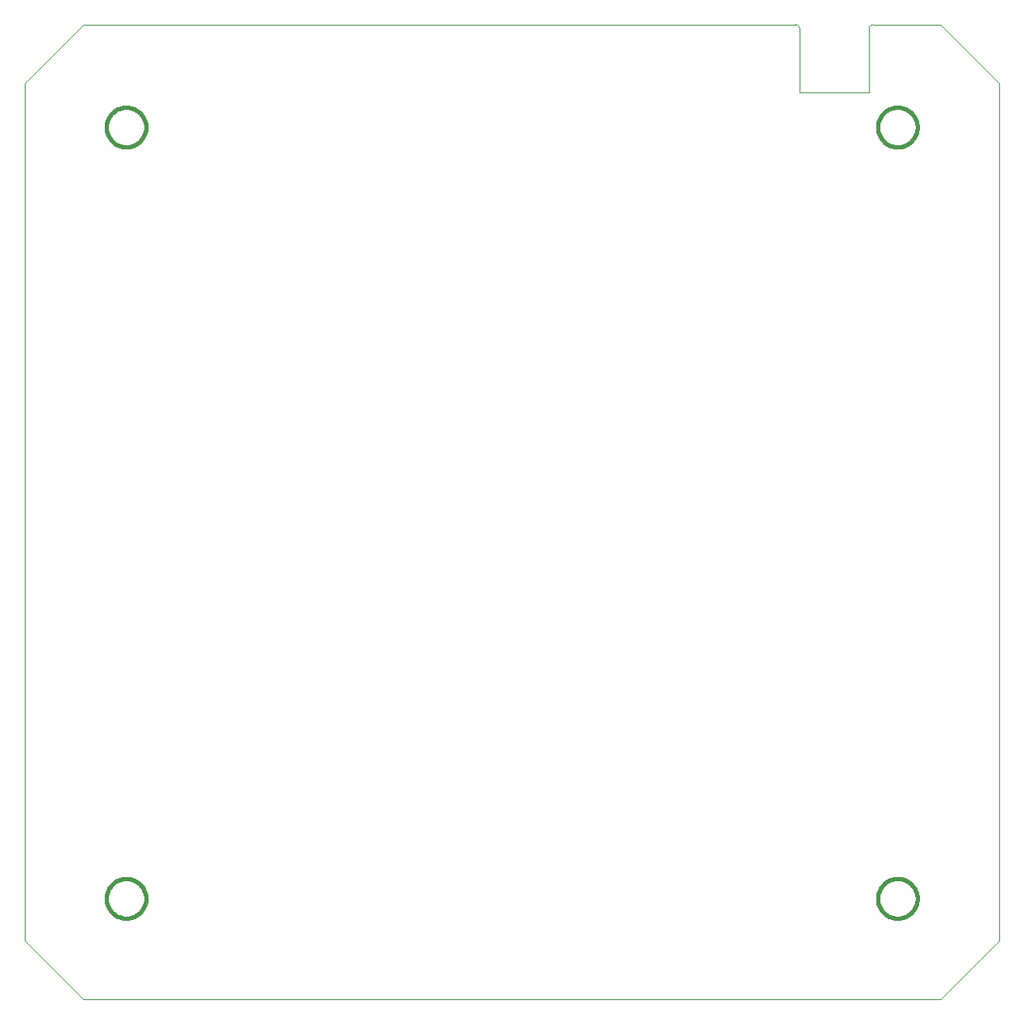
<source format=gm1>
%TF.GenerationSoftware,KiCad,Pcbnew,(6.0.8)*%
%TF.CreationDate,2023-02-13T15:08:46-07:00*%
%TF.ProjectId,Panel,50616e65-6c2e-46b6-9963-61645f706362,rev?*%
%TF.SameCoordinates,Original*%
%TF.FileFunction,Profile,NP*%
%FSLAX46Y46*%
G04 Gerber Fmt 4.6, Leading zero omitted, Abs format (unit mm)*
G04 Created by KiCad (PCBNEW (6.0.8)) date 2023-02-13 15:08:46*
%MOMM*%
%LPD*%
G01*
G04 APERTURE LIST*
%TA.AperFunction,Profile*%
%ADD10C,0.433916*%
%TD*%
%TA.AperFunction,Profile*%
%ADD11C,0.100000*%
%TD*%
G04 APERTURE END LIST*
D10*
X171567299Y-139675751D02*
X171567299Y-139675751D01*
X171567299Y-139675751D02*
X171567299Y-139675751D01*
X171564658Y-139571317D02*
X171567299Y-139675751D01*
X171556821Y-139468254D02*
X171564658Y-139571317D01*
X171543915Y-139366690D02*
X171556821Y-139468254D01*
X171526068Y-139266752D02*
X171543915Y-139366690D01*
X171503407Y-139168567D02*
X171526068Y-139266752D01*
X171476060Y-139072263D02*
X171503407Y-139168567D01*
X171444154Y-138977968D02*
X171476060Y-139072263D01*
X171407816Y-138885809D02*
X171444154Y-138977968D01*
X171367175Y-138795913D02*
X171407816Y-138885809D01*
X171322358Y-138708408D02*
X171367175Y-138795913D01*
X171273492Y-138623422D02*
X171322358Y-138708408D01*
X171220704Y-138541083D02*
X171273492Y-138623422D01*
X171164123Y-138461516D02*
X171220704Y-138541083D01*
X171103876Y-138384851D02*
X171164123Y-138461516D01*
X171040090Y-138311215D02*
X171103876Y-138384851D01*
X170972893Y-138240734D02*
X171040090Y-138311215D01*
X170902412Y-138173537D02*
X170972893Y-138240734D01*
X170828775Y-138109752D02*
X170902412Y-138173537D01*
X170752110Y-138049505D02*
X170828775Y-138109752D01*
X170672543Y-137992924D02*
X170752110Y-138049505D01*
X170590203Y-137940137D02*
X170672543Y-137992924D01*
X170505217Y-137891271D02*
X170590203Y-137940137D01*
X170417712Y-137846454D02*
X170505217Y-137891271D01*
X170327816Y-137805813D02*
X170417712Y-137846454D01*
X170235656Y-137769476D02*
X170327816Y-137805813D01*
X170141361Y-137737570D02*
X170235656Y-137769476D01*
X170045057Y-137710223D02*
X170141361Y-137737570D01*
X169946872Y-137687562D02*
X170045057Y-137710223D01*
X169846933Y-137669715D02*
X169946872Y-137687562D01*
X169745369Y-137656810D02*
X169846933Y-137669715D01*
X169642306Y-137648973D02*
X169745369Y-137656810D01*
X169537872Y-137646332D02*
X169642306Y-137648973D01*
X169537872Y-137646332D02*
X169537872Y-137646332D01*
X169433439Y-137648973D02*
X169537872Y-137646332D01*
X169330376Y-137656810D02*
X169433439Y-137648973D01*
X169228811Y-137669715D02*
X169330376Y-137656810D01*
X169128873Y-137687562D02*
X169228811Y-137669715D01*
X169030688Y-137710223D02*
X169128873Y-137687562D01*
X168934385Y-137737570D02*
X169030688Y-137710223D01*
X168840089Y-137769476D02*
X168934385Y-137737570D01*
X168747930Y-137805813D02*
X168840089Y-137769476D01*
X168658034Y-137846454D02*
X168747930Y-137805813D01*
X168570530Y-137891271D02*
X168658034Y-137846454D01*
X168485544Y-137940137D02*
X168570530Y-137891271D01*
X168403204Y-137992924D02*
X168485544Y-137940137D01*
X168323638Y-138049505D02*
X168403204Y-137992924D01*
X168246973Y-138109752D02*
X168323638Y-138049505D01*
X168173336Y-138173537D02*
X168246973Y-138109752D01*
X168102856Y-138240734D02*
X168173336Y-138173537D01*
X168035659Y-138311215D02*
X168102856Y-138240734D01*
X167971873Y-138384851D02*
X168035659Y-138311215D01*
X167911627Y-138461516D02*
X167971873Y-138384851D01*
X167855046Y-138541083D02*
X167911627Y-138461516D01*
X167802259Y-138623422D02*
X167855046Y-138541083D01*
X167753393Y-138708408D02*
X167802259Y-138623422D01*
X167708576Y-138795913D02*
X167753393Y-138708408D01*
X167667935Y-138885809D02*
X167708576Y-138795913D01*
X167631598Y-138977968D02*
X167667935Y-138885809D01*
X167599692Y-139072263D02*
X167631598Y-138977968D01*
X167572345Y-139168567D02*
X167599692Y-139072263D01*
X167549684Y-139266752D02*
X167572345Y-139168567D01*
X167531837Y-139366690D02*
X167549684Y-139266752D01*
X167518931Y-139468254D02*
X167531837Y-139366690D01*
X167511094Y-139571317D02*
X167518931Y-139468254D01*
X167508453Y-139675751D02*
X167511094Y-139571317D01*
X167508453Y-139675751D02*
X167508453Y-139675751D01*
X167511094Y-139780185D02*
X167508453Y-139675751D01*
X167518931Y-139883249D02*
X167511094Y-139780185D01*
X167531837Y-139984814D02*
X167518931Y-139883249D01*
X167549684Y-140084753D02*
X167531837Y-139984814D01*
X167572345Y-140182938D02*
X167549684Y-140084753D01*
X167599692Y-140279242D02*
X167572345Y-140182938D01*
X167631598Y-140373538D02*
X167599692Y-140279242D01*
X167667935Y-140465698D02*
X167631598Y-140373538D01*
X167708576Y-140555594D02*
X167667935Y-140465698D01*
X167753393Y-140643098D02*
X167708576Y-140555594D01*
X167802259Y-140728085D02*
X167753393Y-140643098D01*
X167855046Y-140810425D02*
X167802259Y-140728085D01*
X167911627Y-140889991D02*
X167855046Y-140810425D01*
X167971873Y-140966657D02*
X167911627Y-140889991D01*
X168035659Y-141040294D02*
X167971873Y-140966657D01*
X168102856Y-141110774D02*
X168035659Y-141040294D01*
X168173336Y-141177971D02*
X168102856Y-141110774D01*
X168246973Y-141241757D02*
X168173336Y-141177971D01*
X168323638Y-141302004D02*
X168246973Y-141241757D01*
X168403204Y-141358585D02*
X168323638Y-141302004D01*
X168485544Y-141411372D02*
X168403204Y-141358585D01*
X168570530Y-141460238D02*
X168485544Y-141411372D01*
X168658034Y-141505055D02*
X168570530Y-141460238D01*
X168747930Y-141545696D02*
X168658034Y-141505055D01*
X168840089Y-141582033D02*
X168747930Y-141545696D01*
X168934385Y-141613939D02*
X168840089Y-141582033D01*
X169030688Y-141641286D02*
X168934385Y-141613939D01*
X169128873Y-141663947D02*
X169030688Y-141641286D01*
X169228811Y-141681794D02*
X169128873Y-141663947D01*
X169330376Y-141694700D02*
X169228811Y-141681794D01*
X169433439Y-141702537D02*
X169330376Y-141694700D01*
X169537872Y-141705177D02*
X169433439Y-141702537D01*
X169537872Y-141705177D02*
X169537872Y-141705177D01*
X169642306Y-141702537D02*
X169537872Y-141705177D01*
X169745369Y-141694700D02*
X169642306Y-141702537D01*
X169846933Y-141681794D02*
X169745369Y-141694700D01*
X169946872Y-141663947D02*
X169846933Y-141681794D01*
X170045057Y-141641286D02*
X169946872Y-141663947D01*
X170141361Y-141613939D02*
X170045057Y-141641286D01*
X170235656Y-141582033D02*
X170141361Y-141613939D01*
X170327816Y-141545696D02*
X170235656Y-141582033D01*
X170417712Y-141505055D02*
X170327816Y-141545696D01*
X170505217Y-141460238D02*
X170417712Y-141505055D01*
X170590203Y-141411372D02*
X170505217Y-141460238D01*
X170672543Y-141358585D02*
X170590203Y-141411372D01*
X170752110Y-141302004D02*
X170672543Y-141358585D01*
X170828775Y-141241757D02*
X170752110Y-141302004D01*
X170902412Y-141177971D02*
X170828775Y-141241757D01*
X170972893Y-141110774D02*
X170902412Y-141177971D01*
X171040090Y-141040294D02*
X170972893Y-141110774D01*
X171103876Y-140966657D02*
X171040090Y-141040294D01*
X171164123Y-140889991D02*
X171103876Y-140966657D01*
X171220704Y-140810425D02*
X171164123Y-140889991D01*
X171273492Y-140728085D02*
X171220704Y-140810425D01*
X171322358Y-140643098D02*
X171273492Y-140728085D01*
X171367175Y-140555594D02*
X171322358Y-140643098D01*
X171407816Y-140465698D02*
X171367175Y-140555594D01*
X171444154Y-140373538D02*
X171407816Y-140465698D01*
X171476060Y-140279242D02*
X171444154Y-140373538D01*
X171503407Y-140182938D02*
X171476060Y-140279242D01*
X171526068Y-140084753D02*
X171503407Y-140182938D01*
X171543915Y-139984814D02*
X171526068Y-140084753D01*
X171556821Y-139883249D02*
X171543915Y-139984814D01*
X171564658Y-139780185D02*
X171556821Y-139883249D01*
X171567299Y-139675751D02*
X171564658Y-139780185D01*
X92416594Y-60523909D02*
X92416594Y-60523909D01*
X92416594Y-60523909D02*
X92416594Y-60523909D01*
X92413952Y-60419453D02*
X92416594Y-60523909D01*
X92406114Y-60316368D02*
X92413952Y-60419453D01*
X92393205Y-60214782D02*
X92406114Y-60316368D01*
X92375354Y-60114822D02*
X92393205Y-60214782D01*
X92352688Y-60016616D02*
X92375354Y-60114822D01*
X92325335Y-59920292D02*
X92352688Y-60016616D01*
X92293423Y-59825976D02*
X92325335Y-59920292D01*
X92257078Y-59733797D02*
X92293423Y-59825976D01*
X92216428Y-59643882D02*
X92257078Y-59733797D01*
X92171601Y-59556359D02*
X92216428Y-59643882D01*
X92122725Y-59471354D02*
X92171601Y-59556359D01*
X92069926Y-59388997D02*
X92122725Y-59471354D01*
X92013333Y-59309413D02*
X92069926Y-59388997D01*
X91953074Y-59232732D02*
X92013333Y-59309413D01*
X91889274Y-59159079D02*
X91953074Y-59232732D01*
X91822063Y-59088583D02*
X91889274Y-59159079D01*
X91751567Y-59021372D02*
X91822063Y-59088583D01*
X91677915Y-58957573D02*
X91751567Y-59021372D01*
X91601233Y-58897313D02*
X91677915Y-58957573D01*
X91521650Y-58840720D02*
X91601233Y-58897313D01*
X91439292Y-58787921D02*
X91521650Y-58840720D01*
X91354288Y-58739045D02*
X91439292Y-58787921D01*
X91266765Y-58694218D02*
X91354288Y-58739045D01*
X91176850Y-58653568D02*
X91266765Y-58694218D01*
X91084671Y-58617223D02*
X91176850Y-58653568D01*
X90990355Y-58585310D02*
X91084671Y-58617223D01*
X90894031Y-58557957D02*
X90990355Y-58585310D01*
X90795825Y-58535292D02*
X90894031Y-58557957D01*
X90695865Y-58517441D02*
X90795825Y-58535292D01*
X90594279Y-58504532D02*
X90695865Y-58517441D01*
X90491194Y-58496693D02*
X90594279Y-58504532D01*
X90386738Y-58494052D02*
X90491194Y-58496693D01*
X90386738Y-58494052D02*
X90386738Y-58494052D01*
X90282282Y-58496693D02*
X90386738Y-58494052D01*
X90179197Y-58504532D02*
X90282282Y-58496693D01*
X90077611Y-58517441D02*
X90179197Y-58504532D01*
X89977651Y-58535292D02*
X90077611Y-58517441D01*
X89879445Y-58557957D02*
X89977651Y-58535292D01*
X89783120Y-58585310D02*
X89879445Y-58557957D01*
X89688805Y-58617223D02*
X89783120Y-58585310D01*
X89596626Y-58653568D02*
X89688805Y-58617223D01*
X89506711Y-58694218D02*
X89596626Y-58653568D01*
X89419187Y-58739045D02*
X89506711Y-58694218D01*
X89334183Y-58787921D02*
X89419187Y-58739045D01*
X89251825Y-58840720D02*
X89334183Y-58787921D01*
X89172242Y-58897313D02*
X89251825Y-58840720D01*
X89095560Y-58957573D02*
X89172242Y-58897313D01*
X89021907Y-59021372D02*
X89095560Y-58957573D01*
X88951412Y-59088583D02*
X89021907Y-59021372D01*
X88884200Y-59159079D02*
X88951412Y-59088583D01*
X88820401Y-59232732D02*
X88884200Y-59159079D01*
X88760141Y-59309413D02*
X88820401Y-59232732D01*
X88703548Y-59388997D02*
X88760141Y-59309413D01*
X88650750Y-59471354D02*
X88703548Y-59388997D01*
X88601873Y-59556359D02*
X88650750Y-59471354D01*
X88557046Y-59643882D02*
X88601873Y-59556359D01*
X88516397Y-59733797D02*
X88557046Y-59643882D01*
X88480051Y-59825976D02*
X88516397Y-59733797D01*
X88448139Y-59920292D02*
X88480051Y-59825976D01*
X88420786Y-60016616D02*
X88448139Y-59920292D01*
X88398120Y-60114822D02*
X88420786Y-60016616D01*
X88380269Y-60214782D02*
X88398120Y-60114822D01*
X88367360Y-60316368D02*
X88380269Y-60214782D01*
X88359521Y-60419453D02*
X88367360Y-60316368D01*
X88356880Y-60523909D02*
X88359521Y-60419453D01*
X88356880Y-60523909D02*
X88356880Y-60523909D01*
X88359521Y-60628365D02*
X88356880Y-60523909D01*
X88367360Y-60731450D02*
X88359521Y-60628365D01*
X88380269Y-60833036D02*
X88367360Y-60731450D01*
X88398120Y-60932996D02*
X88380269Y-60833036D01*
X88420786Y-61031202D02*
X88398120Y-60932996D01*
X88448139Y-61127526D02*
X88420786Y-61031202D01*
X88480051Y-61221842D02*
X88448139Y-61127526D01*
X88516397Y-61314021D02*
X88480051Y-61221842D01*
X88557046Y-61403936D02*
X88516397Y-61314021D01*
X88601873Y-61491459D02*
X88557046Y-61403936D01*
X88650750Y-61576464D02*
X88601873Y-61491459D01*
X88703548Y-61658821D02*
X88650750Y-61576464D01*
X88760141Y-61738405D02*
X88703548Y-61658821D01*
X88820401Y-61815087D02*
X88760141Y-61738405D01*
X88884200Y-61888739D02*
X88820401Y-61815087D01*
X88951412Y-61959235D02*
X88884200Y-61888739D01*
X89021907Y-62026446D02*
X88951412Y-61959235D01*
X89095560Y-62090246D02*
X89021907Y-62026446D01*
X89172242Y-62150506D02*
X89095560Y-62090246D01*
X89251825Y-62207099D02*
X89172242Y-62150506D01*
X89334183Y-62259897D02*
X89251825Y-62207099D01*
X89419187Y-62308774D02*
X89334183Y-62259897D01*
X89506711Y-62353600D02*
X89419187Y-62308774D01*
X89596626Y-62394250D02*
X89506711Y-62353600D01*
X89688805Y-62430595D02*
X89596626Y-62394250D01*
X89783120Y-62462508D02*
X89688805Y-62430595D01*
X89879445Y-62489861D02*
X89783120Y-62462508D01*
X89977651Y-62512527D02*
X89879445Y-62489861D01*
X90077611Y-62530378D02*
X89977651Y-62512527D01*
X90179197Y-62543286D02*
X90077611Y-62530378D01*
X90282282Y-62551125D02*
X90179197Y-62543286D01*
X90386738Y-62553766D02*
X90282282Y-62551125D01*
X90386738Y-62553766D02*
X90386738Y-62553766D01*
X90491194Y-62551125D02*
X90386738Y-62553766D01*
X90594279Y-62543286D02*
X90491194Y-62551125D01*
X90695865Y-62530378D02*
X90594279Y-62543286D01*
X90795825Y-62512527D02*
X90695865Y-62530378D01*
X90894031Y-62489861D02*
X90795825Y-62512527D01*
X90990355Y-62462508D02*
X90894031Y-62489861D01*
X91084671Y-62430595D02*
X90990355Y-62462508D01*
X91176850Y-62394250D02*
X91084671Y-62430595D01*
X91266765Y-62353600D02*
X91176850Y-62394250D01*
X91354288Y-62308774D02*
X91266765Y-62353600D01*
X91439292Y-62259897D02*
X91354288Y-62308774D01*
X91521650Y-62207099D02*
X91439292Y-62259897D01*
X91601233Y-62150506D02*
X91521650Y-62207099D01*
X91677915Y-62090246D02*
X91601233Y-62150506D01*
X91751567Y-62026446D02*
X91677915Y-62090246D01*
X91822063Y-61959235D02*
X91751567Y-62026446D01*
X91889274Y-61888739D02*
X91822063Y-61959235D01*
X91953074Y-61815087D02*
X91889274Y-61888739D01*
X92013333Y-61738405D02*
X91953074Y-61815087D01*
X92069926Y-61658821D02*
X92013333Y-61738405D01*
X92122725Y-61576464D02*
X92069926Y-61658821D01*
X92171601Y-61491459D02*
X92122725Y-61576464D01*
X92216428Y-61403936D02*
X92171601Y-61491459D01*
X92257078Y-61314021D02*
X92216428Y-61403936D01*
X92293423Y-61221842D02*
X92257078Y-61314021D01*
X92325335Y-61127526D02*
X92293423Y-61221842D01*
X92352688Y-61031202D02*
X92325335Y-61127526D01*
X92375354Y-60932996D02*
X92352688Y-61031202D01*
X92393205Y-60833036D02*
X92375354Y-60932996D01*
X92406114Y-60731450D02*
X92393205Y-60833036D01*
X92413952Y-60628365D02*
X92406114Y-60731450D01*
X92416594Y-60523909D02*
X92413952Y-60628365D01*
X92416594Y-139675400D02*
X92416594Y-139675400D01*
X92416594Y-139675400D02*
X92416594Y-139675400D01*
X92413952Y-139570944D02*
X92416594Y-139675400D01*
X92406114Y-139467859D02*
X92413952Y-139570944D01*
X92393205Y-139366273D02*
X92406114Y-139467859D01*
X92375354Y-139266314D02*
X92393205Y-139366273D01*
X92352688Y-139168108D02*
X92375354Y-139266314D01*
X92325335Y-139071783D02*
X92352688Y-139168108D01*
X92293423Y-138977468D02*
X92325335Y-139071783D01*
X92257078Y-138885289D02*
X92293423Y-138977468D01*
X92216428Y-138795374D02*
X92257078Y-138885289D01*
X92171601Y-138707850D02*
X92216428Y-138795374D01*
X92122725Y-138622846D02*
X92171601Y-138707850D01*
X92069926Y-138540488D02*
X92122725Y-138622846D01*
X92013333Y-138460904D02*
X92069926Y-138540488D01*
X91953074Y-138384222D02*
X92013333Y-138460904D01*
X91889274Y-138310569D02*
X91953074Y-138384222D01*
X91822063Y-138240073D02*
X91889274Y-138310569D01*
X91751567Y-138172862D02*
X91822063Y-138240073D01*
X91677915Y-138109062D02*
X91751567Y-138172862D01*
X91601233Y-138048802D02*
X91677915Y-138109062D01*
X91521650Y-137992208D02*
X91601233Y-138048802D01*
X91439292Y-137939410D02*
X91521650Y-137992208D01*
X91354288Y-137890533D02*
X91439292Y-137939410D01*
X91266765Y-137845706D02*
X91354288Y-137890533D01*
X91176850Y-137805056D02*
X91266765Y-137845706D01*
X91084671Y-137768711D02*
X91176850Y-137805056D01*
X90990355Y-137736798D02*
X91084671Y-137768711D01*
X90894031Y-137709444D02*
X90990355Y-137736798D01*
X90795825Y-137686778D02*
X90894031Y-137709444D01*
X90695865Y-137668927D02*
X90795825Y-137686778D01*
X90594279Y-137656018D02*
X90695865Y-137668927D01*
X90491194Y-137648180D02*
X90594279Y-137656018D01*
X90386738Y-137645538D02*
X90491194Y-137648180D01*
X90386738Y-137645538D02*
X90386738Y-137645538D01*
X90282282Y-137648180D02*
X90386738Y-137645538D01*
X90179197Y-137656018D02*
X90282282Y-137648180D01*
X90077611Y-137668927D02*
X90179197Y-137656018D01*
X89977651Y-137686778D02*
X90077611Y-137668927D01*
X89879445Y-137709444D02*
X89977651Y-137686778D01*
X89783120Y-137736798D02*
X89879445Y-137709444D01*
X89688805Y-137768711D02*
X89783120Y-137736798D01*
X89596626Y-137805056D02*
X89688805Y-137768711D01*
X89506711Y-137845706D02*
X89596626Y-137805056D01*
X89419187Y-137890533D02*
X89506711Y-137845706D01*
X89334183Y-137939410D02*
X89419187Y-137890533D01*
X89251825Y-137992208D02*
X89334183Y-137939410D01*
X89172242Y-138048802D02*
X89251825Y-137992208D01*
X89095560Y-138109062D02*
X89172242Y-138048802D01*
X89021907Y-138172862D02*
X89095560Y-138109062D01*
X88951412Y-138240073D02*
X89021907Y-138172862D01*
X88884200Y-138310569D02*
X88951412Y-138240073D01*
X88820401Y-138384222D02*
X88884200Y-138310569D01*
X88760141Y-138460904D02*
X88820401Y-138384222D01*
X88703548Y-138540488D02*
X88760141Y-138460904D01*
X88650750Y-138622846D02*
X88703548Y-138540488D01*
X88601873Y-138707850D02*
X88650750Y-138622846D01*
X88557046Y-138795374D02*
X88601873Y-138707850D01*
X88516397Y-138885289D02*
X88557046Y-138795374D01*
X88480051Y-138977468D02*
X88516397Y-138885289D01*
X88448139Y-139071783D02*
X88480051Y-138977468D01*
X88420786Y-139168108D02*
X88448139Y-139071783D01*
X88398120Y-139266314D02*
X88420786Y-139168108D01*
X88380269Y-139366273D02*
X88398120Y-139266314D01*
X88367360Y-139467859D02*
X88380269Y-139366273D01*
X88359521Y-139570944D02*
X88367360Y-139467859D01*
X88356880Y-139675400D02*
X88359521Y-139570944D01*
X88356880Y-139675400D02*
X88356880Y-139675400D01*
X88359521Y-139779856D02*
X88356880Y-139675400D01*
X88367360Y-139882940D02*
X88359521Y-139779856D01*
X88380269Y-139984526D02*
X88367360Y-139882940D01*
X88398120Y-140084486D02*
X88380269Y-139984526D01*
X88420786Y-140182691D02*
X88398120Y-140084486D01*
X88448139Y-140279016D02*
X88420786Y-140182691D01*
X88480051Y-140373331D02*
X88448139Y-140279016D01*
X88516397Y-140465510D02*
X88480051Y-140373331D01*
X88557046Y-140555425D02*
X88516397Y-140465510D01*
X88601873Y-140642948D02*
X88557046Y-140555425D01*
X88650750Y-140727952D02*
X88601873Y-140642948D01*
X88703548Y-140810310D02*
X88650750Y-140727952D01*
X88760141Y-140889893D02*
X88703548Y-140810310D01*
X88820401Y-140966575D02*
X88760141Y-140889893D01*
X88884200Y-141040227D02*
X88820401Y-140966575D01*
X88951412Y-141110723D02*
X88884200Y-141040227D01*
X89021907Y-141177934D02*
X88951412Y-141110723D01*
X89095560Y-141241733D02*
X89021907Y-141177934D01*
X89172242Y-141301993D02*
X89095560Y-141241733D01*
X89251825Y-141358586D02*
X89172242Y-141301993D01*
X89334183Y-141411385D02*
X89251825Y-141358586D01*
X89419187Y-141460261D02*
X89334183Y-141411385D01*
X89506711Y-141505088D02*
X89419187Y-141460261D01*
X89596626Y-141545738D02*
X89506711Y-141505088D01*
X89688805Y-141582083D02*
X89596626Y-141545738D01*
X89783120Y-141613995D02*
X89688805Y-141582083D01*
X89879445Y-141641348D02*
X89783120Y-141613995D01*
X89977651Y-141664014D02*
X89879445Y-141641348D01*
X90077611Y-141681865D02*
X89977651Y-141664014D01*
X90179197Y-141694774D02*
X90077611Y-141681865D01*
X90282282Y-141702612D02*
X90179197Y-141694774D01*
X90386738Y-141705254D02*
X90282282Y-141702612D01*
X90386738Y-141705254D02*
X90386738Y-141705254D01*
X90491194Y-141702612D02*
X90386738Y-141705254D01*
X90594279Y-141694774D02*
X90491194Y-141702612D01*
X90695865Y-141681865D02*
X90594279Y-141694774D01*
X90795825Y-141664014D02*
X90695865Y-141681865D01*
X90894031Y-141641348D02*
X90795825Y-141664014D01*
X90990355Y-141613995D02*
X90894031Y-141641348D01*
X91084671Y-141582083D02*
X90990355Y-141613995D01*
X91176850Y-141545738D02*
X91084671Y-141582083D01*
X91266765Y-141505088D02*
X91176850Y-141545738D01*
X91354288Y-141460261D02*
X91266765Y-141505088D01*
X91439292Y-141411385D02*
X91354288Y-141460261D01*
X91521650Y-141358586D02*
X91439292Y-141411385D01*
X91601233Y-141301993D02*
X91521650Y-141358586D01*
X91677915Y-141241733D02*
X91601233Y-141301993D01*
X91751567Y-141177934D02*
X91677915Y-141241733D01*
X91822063Y-141110723D02*
X91751567Y-141177934D01*
X91889274Y-141040227D02*
X91822063Y-141110723D01*
X91953074Y-140966575D02*
X91889274Y-141040227D01*
X92013333Y-140889893D02*
X91953074Y-140966575D01*
X92069926Y-140810310D02*
X92013333Y-140889893D01*
X92122725Y-140727952D02*
X92069926Y-140810310D01*
X92171601Y-140642948D02*
X92122725Y-140727952D01*
X92216428Y-140555425D02*
X92171601Y-140642948D01*
X92257078Y-140465510D02*
X92216428Y-140555425D01*
X92293423Y-140373331D02*
X92257078Y-140465510D01*
X92325335Y-140279016D02*
X92293423Y-140373331D01*
X92352688Y-140182691D02*
X92325335Y-140279016D01*
X92375354Y-140084486D02*
X92352688Y-140182691D01*
X92393205Y-139984526D02*
X92375354Y-140084486D01*
X92406114Y-139882940D02*
X92393205Y-139984526D01*
X92413952Y-139779856D02*
X92406114Y-139882940D01*
X92416594Y-139675400D02*
X92413952Y-139779856D01*
X171568085Y-60524264D02*
X171568085Y-60524264D01*
X171568085Y-60524264D02*
X171568085Y-60524264D01*
X171565444Y-60419807D02*
X171568085Y-60524264D01*
X171557605Y-60316722D02*
X171565444Y-60419807D01*
X171544696Y-60215136D02*
X171557605Y-60316722D01*
X171526845Y-60115176D02*
X171544696Y-60215136D01*
X171504179Y-60016970D02*
X171526845Y-60115176D01*
X171476826Y-59920646D02*
X171504179Y-60016970D01*
X171444914Y-59826330D02*
X171476826Y-59920646D01*
X171408569Y-59734151D02*
X171444914Y-59826330D01*
X171367919Y-59644236D02*
X171408569Y-59734151D01*
X171323092Y-59556712D02*
X171367919Y-59644236D01*
X171274216Y-59471708D02*
X171323092Y-59556712D01*
X171221417Y-59389350D02*
X171274216Y-59471708D01*
X171164824Y-59309767D02*
X171221417Y-59389350D01*
X171104564Y-59233085D02*
X171164824Y-59309767D01*
X171040765Y-59159433D02*
X171104564Y-59233085D01*
X170973554Y-59088937D02*
X171040765Y-59159433D01*
X170903058Y-59021726D02*
X170973554Y-59088937D01*
X170829406Y-58957926D02*
X170903058Y-59021726D01*
X170752724Y-58897666D02*
X170829406Y-58957926D01*
X170673141Y-58841073D02*
X170752724Y-58897666D01*
X170590783Y-58788275D02*
X170673141Y-58841073D01*
X170505779Y-58739399D02*
X170590783Y-58788275D01*
X170418256Y-58694572D02*
X170505779Y-58739399D01*
X170328341Y-58653922D02*
X170418256Y-58694572D01*
X170236162Y-58617577D02*
X170328341Y-58653922D01*
X170141847Y-58585664D02*
X170236162Y-58617577D01*
X170045522Y-58558311D02*
X170141847Y-58585664D01*
X169947317Y-58535645D02*
X170045522Y-58558311D01*
X169847357Y-58517794D02*
X169947317Y-58535645D01*
X169745771Y-58504886D02*
X169847357Y-58517794D01*
X169642687Y-58497047D02*
X169745771Y-58504886D01*
X169538231Y-58494406D02*
X169642687Y-58497047D01*
X169538231Y-58494406D02*
X169538231Y-58494406D01*
X169433775Y-58497047D02*
X169538231Y-58494406D01*
X169330690Y-58504886D02*
X169433775Y-58497047D01*
X169229104Y-58517794D02*
X169330690Y-58504886D01*
X169129145Y-58535645D02*
X169229104Y-58517794D01*
X169030939Y-58558311D02*
X169129145Y-58535645D01*
X168934614Y-58585664D02*
X169030939Y-58558311D01*
X168840299Y-58617577D02*
X168934614Y-58585664D01*
X168748120Y-58653922D02*
X168840299Y-58617577D01*
X168658205Y-58694572D02*
X168748120Y-58653922D01*
X168570681Y-58739399D02*
X168658205Y-58694572D01*
X168485677Y-58788275D02*
X168570681Y-58739399D01*
X168403319Y-58841073D02*
X168485677Y-58788275D01*
X168323735Y-58897666D02*
X168403319Y-58841073D01*
X168247053Y-58957926D02*
X168323735Y-58897666D01*
X168173400Y-59021726D02*
X168247053Y-58957926D01*
X168102904Y-59088937D02*
X168173400Y-59021726D01*
X168035693Y-59159433D02*
X168102904Y-59088937D01*
X167971893Y-59233085D02*
X168035693Y-59159433D01*
X167911633Y-59309767D02*
X167971893Y-59233085D01*
X167855040Y-59389350D02*
X167911633Y-59309767D01*
X167802241Y-59471708D02*
X167855040Y-59389350D01*
X167753364Y-59556712D02*
X167802241Y-59471708D01*
X167708537Y-59644236D02*
X167753364Y-59556712D01*
X167667887Y-59734151D02*
X167708537Y-59644236D01*
X167631542Y-59826330D02*
X167667887Y-59734151D01*
X167599629Y-59920646D02*
X167631542Y-59826330D01*
X167572275Y-60016970D02*
X167599629Y-59920646D01*
X167549609Y-60115176D02*
X167572275Y-60016970D01*
X167531758Y-60215136D02*
X167549609Y-60115176D01*
X167518850Y-60316722D02*
X167531758Y-60215136D01*
X167511011Y-60419807D02*
X167518850Y-60316722D01*
X167508369Y-60524264D02*
X167511011Y-60419807D01*
X167508369Y-60524264D02*
X167508369Y-60524264D01*
X167511011Y-60628720D02*
X167508369Y-60524264D01*
X167518850Y-60731805D02*
X167511011Y-60628720D01*
X167531758Y-60833391D02*
X167518850Y-60731805D01*
X167549609Y-60933351D02*
X167531758Y-60833391D01*
X167572275Y-61031556D02*
X167549609Y-60933351D01*
X167599629Y-61127881D02*
X167572275Y-61031556D01*
X167631542Y-61222196D02*
X167599629Y-61127881D01*
X167667887Y-61314375D02*
X167631542Y-61222196D01*
X167708537Y-61404290D02*
X167667887Y-61314375D01*
X167753364Y-61491814D02*
X167708537Y-61404290D01*
X167802241Y-61576818D02*
X167753364Y-61491814D01*
X167855040Y-61659176D02*
X167802241Y-61576818D01*
X167911633Y-61738759D02*
X167855040Y-61659176D01*
X167971893Y-61815441D02*
X167911633Y-61738759D01*
X168035693Y-61889093D02*
X167971893Y-61815441D01*
X168102904Y-61959589D02*
X168035693Y-61889093D01*
X168173400Y-62026800D02*
X168102904Y-61959589D01*
X168247053Y-62090599D02*
X168173400Y-62026800D01*
X168323735Y-62150859D02*
X168247053Y-62090599D01*
X168403319Y-62207452D02*
X168323735Y-62150859D01*
X168485677Y-62260250D02*
X168403319Y-62207452D01*
X168570681Y-62309127D02*
X168485677Y-62260250D01*
X168658205Y-62353954D02*
X168570681Y-62309127D01*
X168748120Y-62394603D02*
X168658205Y-62353954D01*
X168840299Y-62430948D02*
X168748120Y-62394603D01*
X168934614Y-62462861D02*
X168840299Y-62430948D01*
X169030939Y-62490214D02*
X168934614Y-62462861D01*
X169129145Y-62512880D02*
X169030939Y-62490214D01*
X169229104Y-62530731D02*
X169129145Y-62512880D01*
X169330690Y-62543639D02*
X169229104Y-62530731D01*
X169433775Y-62551478D02*
X169330690Y-62543639D01*
X169538231Y-62554119D02*
X169433775Y-62551478D01*
X169538231Y-62554119D02*
X169538231Y-62554119D01*
X169642687Y-62551478D02*
X169538231Y-62554119D01*
X169745771Y-62543639D02*
X169642687Y-62551478D01*
X169847357Y-62530731D02*
X169745771Y-62543639D01*
X169947317Y-62512880D02*
X169847357Y-62530731D01*
X170045522Y-62490214D02*
X169947317Y-62512880D01*
X170141847Y-62462861D02*
X170045522Y-62490214D01*
X170236162Y-62430948D02*
X170141847Y-62462861D01*
X170328341Y-62394603D02*
X170236162Y-62430948D01*
X170418256Y-62353954D02*
X170328341Y-62394603D01*
X170505779Y-62309127D02*
X170418256Y-62353954D01*
X170590783Y-62260250D02*
X170505779Y-62309127D01*
X170673141Y-62207452D02*
X170590783Y-62260250D01*
X170752724Y-62150859D02*
X170673141Y-62207452D01*
X170829406Y-62090599D02*
X170752724Y-62150859D01*
X170903058Y-62026800D02*
X170829406Y-62090599D01*
X170973554Y-61959589D02*
X170903058Y-62026800D01*
X171040765Y-61889093D02*
X170973554Y-61959589D01*
X171104564Y-61815441D02*
X171040765Y-61889093D01*
X171164824Y-61738759D02*
X171104564Y-61815441D01*
X171221417Y-61659176D02*
X171164824Y-61738759D01*
X171274216Y-61576818D02*
X171221417Y-61659176D01*
X171323092Y-61491814D02*
X171274216Y-61576818D01*
X171367919Y-61404290D02*
X171323092Y-61491814D01*
X171408569Y-61314375D02*
X171367919Y-61404290D01*
X171444914Y-61222196D02*
X171408569Y-61314375D01*
X171476826Y-61127881D02*
X171444914Y-61222196D01*
X171504179Y-61031556D02*
X171476826Y-61127881D01*
X171526845Y-60933351D02*
X171504179Y-61031556D01*
X171544696Y-60833391D02*
X171526845Y-60933351D01*
X171557605Y-60731805D02*
X171544696Y-60833391D01*
X171565444Y-60628720D02*
X171557605Y-60731805D01*
X171568085Y-60524264D02*
X171565444Y-60628720D01*
D11*
X159500000Y-50400000D02*
G75*
G03*
X159100000Y-50000000I-400000J0D01*
G01*
X167000000Y-50000000D02*
G75*
G03*
X166600000Y-50400000I0J-400000D01*
G01*
X166600000Y-57000000D02*
X159500000Y-57000000D01*
X174000000Y-50000000D02*
X167000000Y-50000000D01*
X166600000Y-57000000D02*
X166600000Y-50400000D01*
X159500000Y-57000000D02*
X159500000Y-50400000D01*
X174000000Y-150000000D02*
X180000000Y-144000000D01*
X180000000Y-56000000D02*
X180000000Y-144000000D01*
X180000000Y-56000000D02*
X174000000Y-50000000D01*
X174000000Y-150000000D02*
X86000000Y-150000000D01*
X80000000Y-144000000D02*
X80000000Y-56000000D01*
X80000000Y-144000000D02*
X86000000Y-150000000D01*
X86000000Y-50000000D02*
X159100000Y-50000000D01*
X80000000Y-56000000D02*
X86000000Y-50000000D01*
M02*

</source>
